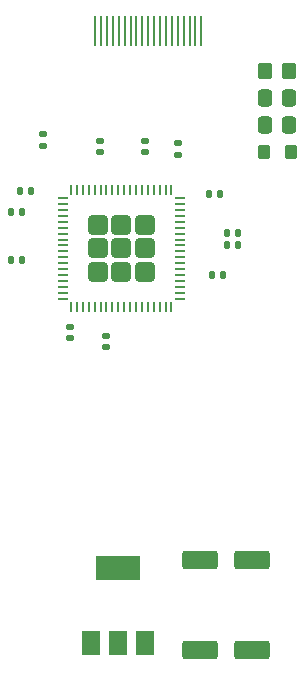
<source format=gbr>
%TF.GenerationSoftware,KiCad,Pcbnew,6.0.4*%
%TF.CreationDate,2022-05-03T23:03:23+02:00*%
%TF.ProjectId,hdmi brd,68646d69-2062-4726-942e-6b696361645f,rev?*%
%TF.SameCoordinates,Original*%
%TF.FileFunction,Paste,Top*%
%TF.FilePolarity,Positive*%
%FSLAX46Y46*%
G04 Gerber Fmt 4.6, Leading zero omitted, Abs format (unit mm)*
G04 Created by KiCad (PCBNEW 6.0.4) date 2022-05-03 23:03:23*
%MOMM*%
%LPD*%
G01*
G04 APERTURE LIST*
G04 Aperture macros list*
%AMRoundRect*
0 Rectangle with rounded corners*
0 $1 Rounding radius*
0 $2 $3 $4 $5 $6 $7 $8 $9 X,Y pos of 4 corners*
0 Add a 4 corners polygon primitive as box body*
4,1,4,$2,$3,$4,$5,$6,$7,$8,$9,$2,$3,0*
0 Add four circle primitives for the rounded corners*
1,1,$1+$1,$2,$3*
1,1,$1+$1,$4,$5*
1,1,$1+$1,$6,$7*
1,1,$1+$1,$8,$9*
0 Add four rect primitives between the rounded corners*
20,1,$1+$1,$2,$3,$4,$5,0*
20,1,$1+$1,$4,$5,$6,$7,0*
20,1,$1+$1,$6,$7,$8,$9,0*
20,1,$1+$1,$8,$9,$2,$3,0*%
G04 Aperture macros list end*
%ADD10R,0.280000X2.600000*%
%ADD11RoundRect,0.140000X0.170000X-0.140000X0.170000X0.140000X-0.170000X0.140000X-0.170000X-0.140000X0*%
%ADD12RoundRect,0.140000X-0.140000X-0.170000X0.140000X-0.170000X0.140000X0.170000X-0.140000X0.170000X0*%
%ADD13RoundRect,0.140000X0.140000X0.170000X-0.140000X0.170000X-0.140000X-0.170000X0.140000X-0.170000X0*%
%ADD14RoundRect,0.135000X0.185000X-0.135000X0.185000X0.135000X-0.185000X0.135000X-0.185000X-0.135000X0*%
%ADD15RoundRect,0.250000X-1.250000X-0.550000X1.250000X-0.550000X1.250000X0.550000X-1.250000X0.550000X0*%
%ADD16RoundRect,0.140000X-0.170000X0.140000X-0.170000X-0.140000X0.170000X-0.140000X0.170000X0.140000X0*%
%ADD17RoundRect,0.250000X-0.337500X-0.475000X0.337500X-0.475000X0.337500X0.475000X-0.337500X0.475000X0*%
%ADD18RoundRect,0.250000X0.275000X0.350000X-0.275000X0.350000X-0.275000X-0.350000X0.275000X-0.350000X0*%
%ADD19R,1.500000X2.000000*%
%ADD20R,3.800000X2.000000*%
%ADD21RoundRect,0.250001X-0.554999X-0.554999X0.554999X-0.554999X0.554999X0.554999X-0.554999X0.554999X0*%
%ADD22RoundRect,0.062500X-0.375000X-0.062500X0.375000X-0.062500X0.375000X0.062500X-0.375000X0.062500X0*%
%ADD23RoundRect,0.062500X-0.062500X-0.375000X0.062500X-0.375000X0.062500X0.375000X-0.062500X0.375000X0*%
%ADD24RoundRect,0.250000X-0.350000X-0.450000X0.350000X-0.450000X0.350000X0.450000X-0.350000X0.450000X0*%
G04 APERTURE END LIST*
D10*
%TO.C,J2*%
X98806000Y-56515000D03*
X98306000Y-56515000D03*
X97806000Y-56515000D03*
X97306000Y-56515000D03*
X96806000Y-56515000D03*
X96306000Y-56515000D03*
X95806000Y-56515000D03*
X95306000Y-56515000D03*
X99306000Y-56515000D03*
X99806000Y-56515000D03*
X100306000Y-56515000D03*
X100806000Y-56515000D03*
X101306000Y-56515000D03*
X101806000Y-56515000D03*
X102306000Y-56515000D03*
X94806000Y-56515000D03*
X94306000Y-56515000D03*
X102806000Y-56515000D03*
X103306000Y-56515000D03*
%TD*%
D11*
%TO.C,C2*%
X94742000Y-66774000D03*
X94742000Y-65814000D03*
%TD*%
D12*
%TO.C,C11*%
X103914000Y-70358000D03*
X104874000Y-70358000D03*
%TD*%
D13*
%TO.C,C15*%
X88872000Y-70104000D03*
X87912000Y-70104000D03*
%TD*%
D14*
%TO.C,R3*%
X89916000Y-66296000D03*
X89916000Y-65276000D03*
%TD*%
D15*
%TO.C,C5*%
X103210000Y-108966000D03*
X107610000Y-108966000D03*
%TD*%
D16*
%TO.C,C9*%
X95250000Y-82324000D03*
X95250000Y-83284000D03*
%TD*%
D13*
%TO.C,C7*%
X88110000Y-71882000D03*
X87150000Y-71882000D03*
%TD*%
D16*
%TO.C,C14*%
X92202000Y-81562000D03*
X92202000Y-82522000D03*
%TD*%
D12*
%TO.C,C13*%
X105438000Y-74676000D03*
X106398000Y-74676000D03*
%TD*%
D17*
%TO.C,C3*%
X108690500Y-64516000D03*
X110765500Y-64516000D03*
%TD*%
D14*
%TO.C,R1*%
X101346000Y-67058000D03*
X101346000Y-66038000D03*
%TD*%
D18*
%TO.C,L1*%
X110878000Y-66802000D03*
X108578000Y-66802000D03*
%TD*%
D12*
%TO.C,C10*%
X105438000Y-73660000D03*
X106398000Y-73660000D03*
%TD*%
D15*
%TO.C,C6*%
X103210000Y-101346000D03*
X107610000Y-101346000D03*
%TD*%
D19*
%TO.C,U2*%
X93966000Y-108306000D03*
X96266000Y-108306000D03*
D20*
X96266000Y-102006000D03*
D19*
X98566000Y-108306000D03*
%TD*%
D13*
%TO.C,C8*%
X88110000Y-75946000D03*
X87150000Y-75946000D03*
%TD*%
D21*
%TO.C,U1*%
X98520000Y-76930000D03*
X98520000Y-72930000D03*
X98520000Y-74930000D03*
X94520000Y-72930000D03*
X96520000Y-72930000D03*
X96520000Y-76930000D03*
X94520000Y-74930000D03*
X94520000Y-76930000D03*
X96520000Y-74930000D03*
D22*
X91582500Y-70680000D03*
X91582500Y-71180000D03*
X91582500Y-71680000D03*
X91582500Y-72180000D03*
X91582500Y-72680000D03*
X91582500Y-73180000D03*
X91582500Y-73680000D03*
X91582500Y-74180000D03*
X91582500Y-74680000D03*
X91582500Y-75180000D03*
X91582500Y-75680000D03*
X91582500Y-76180000D03*
X91582500Y-76680000D03*
X91582500Y-77180000D03*
X91582500Y-77680000D03*
X91582500Y-78180000D03*
X91582500Y-78680000D03*
X91582500Y-79180000D03*
D23*
X92270000Y-79867500D03*
X92770000Y-79867500D03*
X93270000Y-79867500D03*
X93770000Y-79867500D03*
X94270000Y-79867500D03*
X94770000Y-79867500D03*
X95270000Y-79867500D03*
X95770000Y-79867500D03*
X96270000Y-79867500D03*
X96770000Y-79867500D03*
X97270000Y-79867500D03*
X97770000Y-79867500D03*
X98270000Y-79867500D03*
X98770000Y-79867500D03*
X99270000Y-79867500D03*
X99770000Y-79867500D03*
X100270000Y-79867500D03*
X100770000Y-79867500D03*
D22*
X101457500Y-79180000D03*
X101457500Y-78680000D03*
X101457500Y-78180000D03*
X101457500Y-77680000D03*
X101457500Y-77180000D03*
X101457500Y-76680000D03*
X101457500Y-76180000D03*
X101457500Y-75680000D03*
X101457500Y-75180000D03*
X101457500Y-74680000D03*
X101457500Y-74180000D03*
X101457500Y-73680000D03*
X101457500Y-73180000D03*
X101457500Y-72680000D03*
X101457500Y-72180000D03*
X101457500Y-71680000D03*
X101457500Y-71180000D03*
X101457500Y-70680000D03*
D23*
X100770000Y-69992500D03*
X100270000Y-69992500D03*
X99770000Y-69992500D03*
X99270000Y-69992500D03*
X98770000Y-69992500D03*
X98270000Y-69992500D03*
X97770000Y-69992500D03*
X97270000Y-69992500D03*
X96770000Y-69992500D03*
X96270000Y-69992500D03*
X95770000Y-69992500D03*
X95270000Y-69992500D03*
X94770000Y-69992500D03*
X94270000Y-69992500D03*
X93770000Y-69992500D03*
X93270000Y-69992500D03*
X92770000Y-69992500D03*
X92270000Y-69992500D03*
%TD*%
D24*
%TO.C,R2*%
X108728000Y-59944000D03*
X110728000Y-59944000D03*
%TD*%
D11*
%TO.C,C1*%
X98552000Y-66774000D03*
X98552000Y-65814000D03*
%TD*%
D17*
%TO.C,C4*%
X108690500Y-62230000D03*
X110765500Y-62230000D03*
%TD*%
D12*
%TO.C,C12*%
X104168000Y-77216000D03*
X105128000Y-77216000D03*
%TD*%
M02*

</source>
